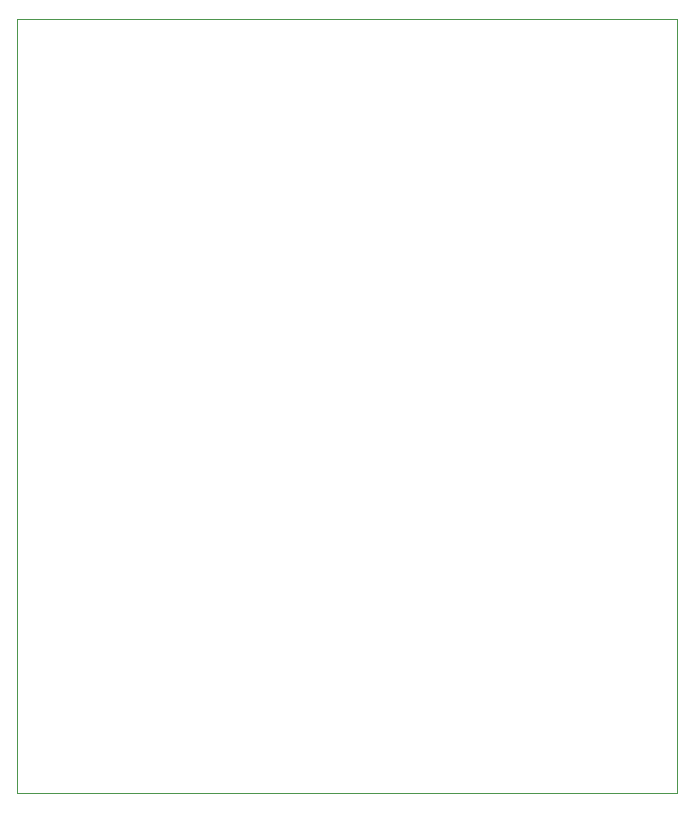
<source format=gbr>
%TF.GenerationSoftware,KiCad,Pcbnew,(6.0.8)*%
%TF.CreationDate,2023-02-22T01:01:07+01:00*%
%TF.ProjectId,EECD-22-7,45454344-2d32-4322-9d37-2e6b69636164,rev?*%
%TF.SameCoordinates,Original*%
%TF.FileFunction,Profile,NP*%
%FSLAX46Y46*%
G04 Gerber Fmt 4.6, Leading zero omitted, Abs format (unit mm)*
G04 Created by KiCad (PCBNEW (6.0.8)) date 2023-02-22 01:01:07*
%MOMM*%
%LPD*%
G01*
G04 APERTURE LIST*
%TA.AperFunction,Profile*%
%ADD10C,0.050000*%
%TD*%
G04 APERTURE END LIST*
D10*
X147320000Y-149860000D02*
X91440000Y-149860000D01*
X91440000Y-149860000D02*
X91440000Y-84328000D01*
X91440000Y-84328000D02*
X147320000Y-84328000D01*
X147320000Y-84328000D02*
X147320000Y-149860000D01*
M02*

</source>
